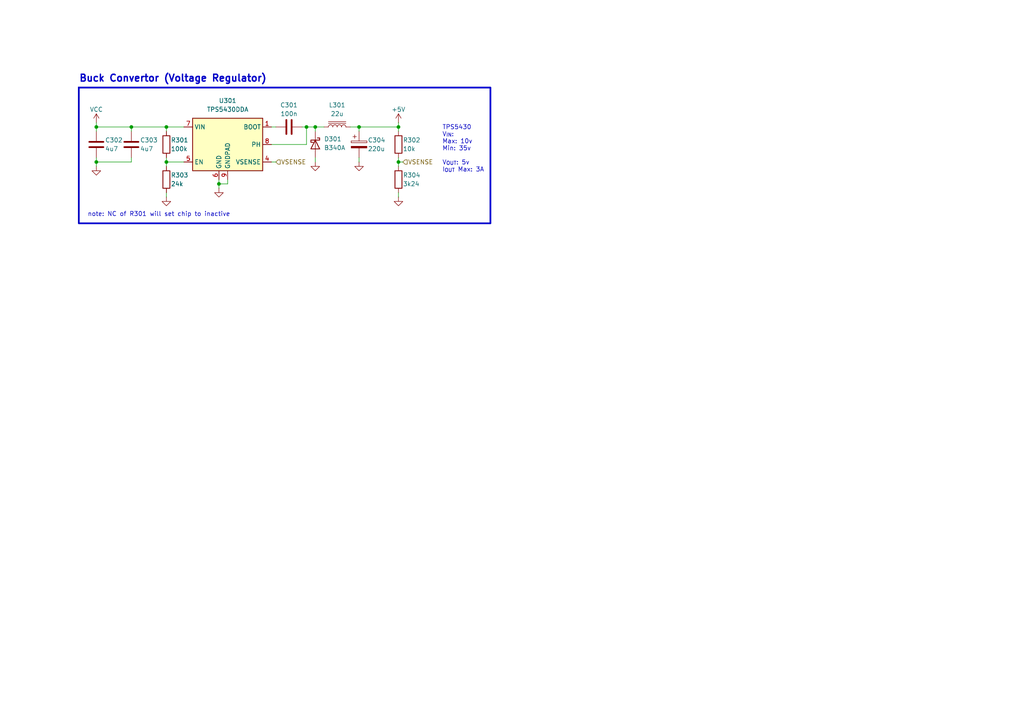
<source format=kicad_sch>
(kicad_sch (version 20231120) (generator "eeschema") (generator_version "8.0")
  (paper "A4")
  (title_block (title "Power: TPS54xx") (date "2024-07-06") (rev "1") (company "Scott CJX"))
  (lib_symbols
    (symbol "Device:C" (pin_numbers hide) (pin_names (offset 0.254))
      (property "Reference" "C" (at 0.635 2.54 0))
      (property "Value" "C" (at 0.635 -2.54 0))
      (symbol "C_0_1"
        (polyline (pts (xy -2.032 -0.762) (xy 2.032 -0.762)) (stroke (width 0.508)))
        (polyline (pts (xy -2.032 0.762) (xy 2.032 0.762)) (stroke (width 0.508)))
      )
      (symbol "C_1_1"
        (pin passive line (at 0 3.81 270) (length 2.794) (name "~") (number "1"))
        (pin passive line (at 0 -3.81 90) (length 2.794) (name "~") (number "2"))
      )
    )
    (symbol "Device:C_Polarized" (pin_numbers hide) (pin_names (offset 0.254))
      (property "Reference" "C" (at 0.635 2.54 0))
      (property "Value" "C_Polarized" (at 0.635 -2.54 0))
      (symbol "C_Polarized_0_1"
        (rectangle (start -2.286 0.508) (end 2.286 1.016))
        (polyline (pts (xy -1.778 2.286) (xy -0.762 2.286)))
        (polyline (pts (xy -1.27 2.794) (xy -1.27 1.778)))
        (rectangle (start 2.286 -0.508) (end -2.286 -1.016) (fill (type outline)))
      )
      (symbol "C_Polarized_1_1"
        (pin passive line (at 0 3.81 270) (length 2.794) (name "~") (number "1"))
        (pin passive line (at 0 -3.81 90) (length 2.794) (name "~") (number "2"))
      )
    )
    (symbol "Device:D_Schottky" (pin_numbers hide) (pin_names (offset 1.016) hide)
      (property "Reference" "D" (at 0 2.54 0))
      (property "Value" "D_Schottky" (at 0 -2.54 0))
      (symbol "D_Schottky_0_1"
        (polyline (pts (xy 1.27 0) (xy -1.27 0)))
        (polyline (pts (xy 1.27 1.27) (xy 1.27 -1.27) (xy -1.27 0) (xy 1.27 1.27)) (stroke (width 0.254)))
        (polyline (pts (xy -1.905 0.635) (xy -1.905 1.27) (xy -1.27 1.27) (xy -1.27 -1.27) (xy -0.635 -1.27) (xy -0.635 -0.635)) (stroke (width 0.254)))
      )
      (symbol "D_Schottky_1_1"
        (pin passive line (at -3.81 0 0) (length 2.54) (name "K") (number "1"))
        (pin passive line (at 3.81 0 180) (length 2.54) (name "A") (number "2"))
      )
    )
    (symbol "Device:L_Iron" (pin_numbers hide) (pin_names (offset 1.016) hide)
      (property "Reference" "L" (at -1.27 0 90))
      (property "Value" "L_Iron" (at 2.794 0 90))
      (symbol "L_Iron_0_1"
        (arc (start 0 -2.54) (mid 0.6323 -1.905) (end 0 -1.27))
        (arc (start 0 -1.27) (mid 0.6323 -0.635) (end 0 0))
        (polyline (pts (xy 1.016 2.54) (xy 1.016 -2.54)))
        (polyline (pts (xy 1.524 -2.54) (xy 1.524 2.54)))
        (arc (start 0 0) (mid 0.6323 0.635) (end 0 1.27))
        (arc (start 0 1.27) (mid 0.6323 1.905) (end 0 2.54))
      )
      (symbol "L_Iron_1_1"
        (pin passive line (at 0 3.81 270) (length 1.27) (name "1") (number "1"))
        (pin passive line (at 0 -3.81 90) (length 1.27) (name "2") (number "2"))
      )
    )
    (symbol "Device:R" (pin_numbers hide) (pin_names (offset 0))
      (property "Reference" "R" (at 2.032 0 90))
      (property "Value" "R" (at 0 0 90))
      (symbol "R_0_1"
        (rectangle (start -1.016 -2.54) (end 1.016 2.54) (stroke (width 0.254)))
      )
      (symbol "R_1_1"
        (pin passive line (at 0 3.81 270) (length 1.27) (name "~") (number "1"))
        (pin passive line (at 0 -3.81 90) (length 1.27) (name "~") (number "2"))
      )
    )
    (symbol "Regulator_Switching:TPS5430DDA"
      (property "Reference" "U" (at -10.16 8.89 0))
      (property "Value" "TPS5430DDA" (at -1.27 8.89 0))
      (symbol "TPS5430DDA_0_1"
        (rectangle (start -10.16 7.62) (end 10.16 -7.62) (stroke (width 0.254)) (fill (type background)))
      )
      (symbol "TPS5430DDA_1_1"
        (pin input line (at 12.7 5.08 180) (length 2.54) (name "BOOT") (number "1"))
        (pin no_connect line (at -10.16 2.54 0) (length 2.54) hide (name "NC") (number "2"))
        (pin no_connect line (at -10.16 -2.54 0) (length 2.54) hide (name "NC") (number "3"))
        (pin input line (at 12.7 -5.08 180) (length 2.54) (name "VSENSE") (number "4"))
        (pin input line (at -12.7 -5.08 0) (length 2.54) (name "EN") (number "5"))
        (pin power_in line (at -2.54 -10.16 90) (length 2.54) (name "GND") (number "6"))
        (pin power_in line (at -12.7 5.08 0) (length 2.54) (name "VIN") (number "7"))
        (pin output line (at 12.7 0 180) (length 2.54) (name "PH") (number "8"))
        (pin power_in line (at 0 -10.16 90) (length 2.54) (name "GNDPAD") (number "9"))
      )
    )
    (symbol "power:+5V" (power) (pin_numbers hide) (pin_names (offset 0) hide)
      (property "Value" "+5V" (at 0 3.556 0))
      (symbol "+5V_0_1"
        (polyline (pts (xy -0.762 1.27) (xy 0 2.54)))
        (polyline (pts (xy 0 0) (xy 0 2.54)))
        (polyline (pts (xy 0 2.54) (xy 0.762 1.27)))
      )
      (symbol "+5V_1_1"
        (pin power_in line (at 0 0 90) (length 0) (name "~") (number "1"))
      )
    )
    (symbol "power:GND" (power) (pin_numbers hide) (pin_names (offset 0) hide)
      (property "Value" "GND" (at 0 -3.81 0))
      (symbol "GND_0_1"
        (polyline (pts (xy 0 0) (xy 0 -1.27) (xy 1.27 -1.27) (xy 0 -2.54) (xy -1.27 -1.27) (xy 0 -1.27)))
      )
      (symbol "GND_1_1"
        (pin power_in line (at 0 0 270) (length 0) (name "~") (number "1"))
      )
    )
    (symbol "power:VCC" (power) (pin_numbers hide) (pin_names (offset 0) hide)
      (property "Value" "VCC" (at 0 3.556 0))
      (symbol "VCC_0_1"
        (polyline (pts (xy -0.762 1.27) (xy 0 2.54)))
        (polyline (pts (xy 0 0) (xy 0 2.54)))
        (polyline (pts (xy 0 2.54) (xy 0.762 1.27)))
      )
      (symbol "VCC_1_1"
        (pin power_in line (at 0 0 90) (length 0) (name "~") (number "1"))
      )
    )
  )
  (junction (at 48.26 46.99))
  (junction (at 63.5 53.34))
  (junction (at 38.1 36.83))
  (junction (at 115.57 46.99))
  (junction (at 104.14 36.83))
  (junction (at 115.57 36.83))
  (junction (at 91.44 36.83))
  (junction (at 27.94 36.83))
  (junction (at 27.94 46.99))
  (junction (at 48.26 36.83))
  (junction (at 88.9 36.83))
  (wire (pts (xy 48.26 46.99) (xy 53.34 46.99)))
  (wire (pts (xy 78.74 46.99) (xy 80.01 46.99)))
  (wire (pts (xy 104.14 38.1) (xy 104.14 36.83)))
  (wire (pts (xy 27.94 45.72) (xy 27.94 46.99)))
  (wire (pts (xy 78.74 41.91) (xy 88.9 41.91)))
  (wire (pts (xy 104.14 36.83) (xy 101.6 36.83)))
  (wire (pts (xy 66.04 52.07) (xy 66.04 53.34)))
  (wire (pts (xy 27.94 46.99) (xy 27.94 48.26)))
  (wire (pts (xy 48.26 36.83) (xy 48.26 38.1)))
  (wire (pts (xy 63.5 52.07) (xy 63.5 53.34)))
  (wire (pts (xy 91.44 45.72) (xy 91.44 46.99)))
  (wire (pts (xy 48.26 46.99) (xy 48.26 45.72)))
  (wire (pts (xy 115.57 46.99) (xy 115.57 48.26)))
  (wire (pts (xy 115.57 45.72) (xy 115.57 46.99)))
  (wire (pts (xy 38.1 45.72) (xy 38.1 46.99)))
  (wire (pts (xy 48.26 36.83) (xy 38.1 36.83)))
  (wire (pts (xy 38.1 36.83) (xy 27.94 36.83)))
  (wire (pts (xy 91.44 36.83) (xy 88.9 36.83)))
  (wire (pts (xy 91.44 36.83) (xy 93.98 36.83)))
  (wire (pts (xy 115.57 46.99) (xy 116.84 46.99)))
  (wire (pts (xy 38.1 46.99) (xy 27.94 46.99)))
  (wire (pts (xy 115.57 35.56) (xy 115.57 36.83)))
  (wire (pts (xy 63.5 53.34) (xy 63.5 54.61)))
  (wire (pts (xy 48.26 46.99) (xy 48.26 48.26)))
  (wire (pts (xy 104.14 36.83) (xy 115.57 36.83)))
  (wire (pts (xy 53.34 36.83) (xy 48.26 36.83)))
  (wire (pts (xy 115.57 55.88) (xy 115.57 57.15)))
  (wire (pts (xy 27.94 36.83) (xy 27.94 38.1)))
  (wire (pts (xy 91.44 38.1) (xy 91.44 36.83)))
  (wire (pts (xy 48.26 55.88) (xy 48.26 57.15)))
  (wire (pts (xy 27.94 35.56) (xy 27.94 36.83)))
  (wire (pts (xy 78.74 36.83) (xy 80.01 36.83)))
  (wire (pts (xy 88.9 36.83) (xy 87.63 36.83)))
  (wire (pts (xy 88.9 41.91) (xy 88.9 36.83)))
  (wire (pts (xy 115.57 36.83) (xy 115.57 38.1)))
  (wire (pts (xy 38.1 36.83) (xy 38.1 38.1)))
  (wire (pts (xy 66.04 53.34) (xy 63.5 53.34)))
  (wire (pts (xy 104.14 45.72) (xy 104.14 46.99)))
  (rectangle (start 22.86 25.4) (end 142.24 64.77) (stroke (width 0.5)))
  (text "Buck Convertor (Voltage Regulator)" (at 22.86 22.86 0) (effects (font (size 2 2) (thickness 0.4) (bold yes)) (justify left)))
  (text "TPS5430\nV_{IN}:\nMax: 10v\nMin: 35v\n\nV_{OUT}: 5v\nI_{OUT} Max: 3A" (at 128.27 43.18 0) (effects (font (size 1.27 1.27)) (justify left)))
  (text "note: NC of R301 will set chip to inactive" (at 25.4 62.23 0) (effects (font (size 1.27 1.27)) (justify left)))
  (hierarchical_label "VSENSE" (shape input) (at 116.84 46.99 0))
  (hierarchical_label "VSENSE" (shape input) (at 80.01 46.99 0))
  (symbol (lib_id "Device:R") (at 115.57 52.07 0) (unit 1)
    (property "Reference" "R304" (at 116.84 50.8 0) (effects (justify left)))
    (property "Value" "3k24" (at 116.84 53.34 0) (effects (justify left)))
    (property "Description" "Resistor" (effects (hide yes)))
  )
  (symbol (lib_id "power:GND") (at 27.94 48.26 0) (unit 1)
    (property "Reference" "#PWR0305" (effects (hide yes)))
    (property "Value" "GND" (effects (hide yes)))
    (property "Description" "Power symbol creates a global label with name \"GND\" , ground" (effects (hide yes)))
  )
  (symbol (lib_id "Device:R") (at 48.26 41.91 0) (unit 1)
    (property "Reference" "R301" (at 49.53 40.64 0) (effects (justify left)))
    (property "Value" "100k" (at 49.53 43.18 0) (effects (justify left)))
    (property "Description" "Resistor" (effects (hide yes)))
  )
  (symbol (lib_id "power:GND") (at 104.14 46.99 0) (unit 1)
    (property "Reference" "#PWR0304" (effects (hide yes)))
    (property "Value" "GND" (effects (hide yes)))
    (property "Description" "Power symbol creates a global label with name \"GND\" , ground" (effects (hide yes)))
  )
  (symbol (lib_id "power:GND") (at 48.26 57.15 0) (unit 1)
    (property "Reference" "#PWR0307" (effects (hide yes)))
    (property "Value" "GND" (effects (hide yes)))
    (property "Description" "Power symbol creates a global label with name \"GND\" , ground" (effects (hide yes)))
  )
  (symbol (lib_id "Device:R") (at 48.26 52.07 0) (unit 1)
    (property "Reference" "R303" (at 49.53 50.8 0) (effects (justify left)))
    (property "Value" "24k" (at 49.53 53.34 0) (effects (justify left)))
    (property "Description" "Resistor" (effects (hide yes)))
  )
  (symbol (lib_id "power:VCC") (at 27.94 35.56 0) (unit 1)
    (property "Reference" "#PWR0301" (effects (hide yes)))
    (property "Value" "VCC" (at 27.94 31.75 0))
    (property "Description" "Power symbol creates a global label with name \"VCC\"" (effects (hide yes)))
  )
  (symbol (lib_id "power:GND") (at 91.44 46.99 0) (unit 1)
    (property "Reference" "#PWR0303" (effects (hide yes)))
    (property "Value" "GND" (effects (hide yes)))
    (property "Description" "Power symbol creates a global label with name \"GND\" , ground" (effects (hide yes)))
  )
  (symbol (lib_id "Device:L_Iron") (at 97.79 36.83 90) (unit 1)
    (property "Reference" "L301" (at 97.79 30.48 90))
    (property "Value" "22u" (at 97.79 33.02 90))
    (property "Description" "Inductor with iron core" (effects (hide yes)))
  )
  (symbol (lib_id "Device:C_Polarized") (at 104.14 41.91 0) (unit 1)
    (property "Reference" "C304" (at 106.68 40.64 0) (effects (justify left)))
    (property "Value" "220u" (at 106.68 43.18 0) (effects (justify left)))
    (property "Description" "Polarized capacitor" (effects (hide yes)))
  )
  (symbol (lib_id "Device:D_Schottky") (at 91.44 41.91 270) (unit 1)
    (property "Reference" "D301" (at 93.98 40.3224 90) (effects (justify left)))
    (property "Value" "B340A" (at 93.98 42.8624 90) (effects (justify left)))
    (property "Description" "Schottky diode" (effects (hide yes)))
  )
  (symbol (lib_id "Device:C") (at 83.82 36.83 90) (unit 1)
    (property "Reference" "C301" (at 83.82 30.48 90))
    (property "Value" "100n" (at 83.82 33.02 90))
    (property "Description" "Unpolarized capacitor" (effects (hide yes)))
  )
  (symbol (lib_id "Device:C") (at 38.1 41.91 0) (unit 1)
    (property "Reference" "C303" (at 40.64 40.64 0) (effects (justify left)))
    (property "Value" "4u7" (at 40.64 43.18 0) (effects (justify left)))
    (property "Description" "Unpolarized capacitor" (effects (hide yes)))
  )
  (symbol (lib_id "power:GND") (at 115.57 57.15 0) (unit 1)
    (property "Reference" "#PWR0308" (effects (hide yes)))
    (property "Value" "GND" (effects (hide yes)))
    (property "Description" "Power symbol creates a global label with name \"GND\" , ground" (effects (hide yes)))
  )
  (symbol (lib_id "Device:R") (at 115.57 41.91 0) (unit 1)
    (property "Reference" "R302" (at 116.84 40.64 0) (effects (justify left)))
    (property "Value" "10k" (at 116.84 43.18 0) (effects (justify left)))
    (property "Description" "Resistor" (effects (hide yes)))
  )
  (symbol (lib_id "Device:C") (at 27.94 41.91 0) (unit 1)
    (property "Reference" "C302" (at 30.48 40.64 0) (effects (justify left)))
    (property "Value" "4u7" (at 30.48 43.18 0) (effects (justify left)))
    (property "Description" "Unpolarized capacitor" (effects (hide yes)))
  )
  (symbol (lib_id "Regulator_Switching:TPS5430DDA") (at 66.04 41.91 0) (unit 1)
    (property "Reference" "U301" (at 66.04 29.21 0))
    (property "Value" "TPS5430DDA" (at 66.04 31.75 0))
    (property "Footprint" "Package_SO:TI_SO-PowerPAD-8_ThermalVias" (effects (hide yes)))
    (property "Datasheet" "http://www.ti.com/lit/ds/symlink/tps5430.pdf" (effects (hide yes)))
    (property "Description" "3A, Step Down Swift Converter, Adjustable Output Voltage, 5.5-36V Input Voltage, PowerSO-8" (effects (hide yes)))
    (property "LCSC" "C9864" (effects (hide yes)))
    (property "is JLCPCB Basic?" "Y" (effects (hide yes)))
  )
  (symbol (lib_id "power:+5V") (at 115.57 35.56 0) (unit 1)
    (property "Reference" "#PWR0302" (effects (hide yes)))
    (property "Value" "+5V" (at 115.57 31.75 0))
    (property "Description" "Power symbol creates a global label with name \"+5V\"" (effects (hide yes)))
  )
  (symbol (lib_id "power:GND") (at 63.5 54.61 0) (unit 1)
    (property "Reference" "#PWR0306" (effects (hide yes)))
    (property "Value" "GND" (effects (hide yes)))
    (property "Description" "Power symbol creates a global label with name \"GND\" , ground" (effects (hide yes)))
  )
)
</source>
